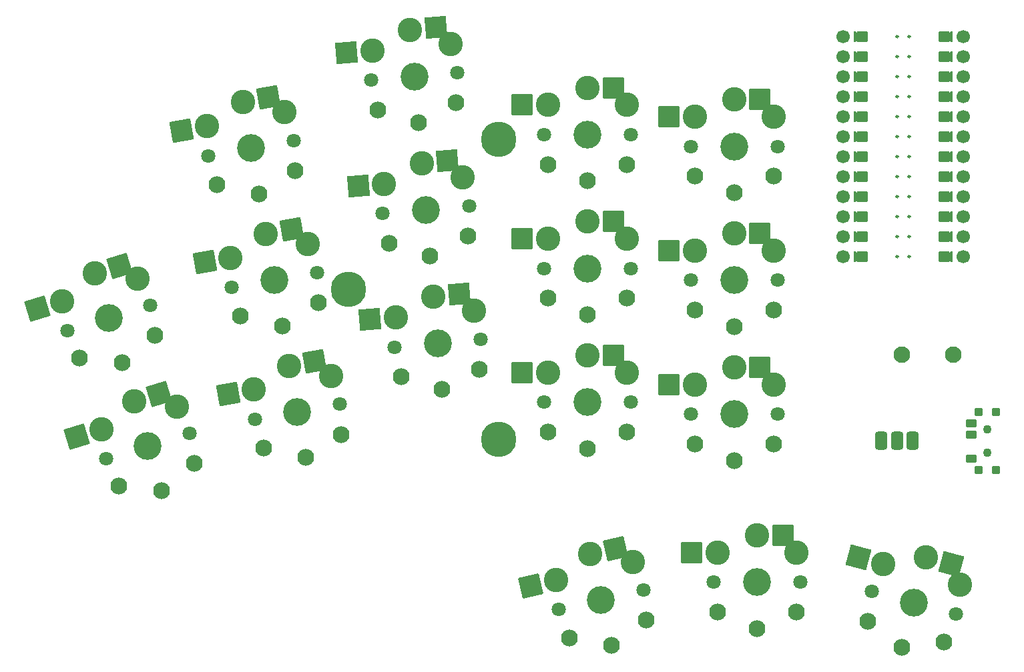
<source format=gts>
%TF.GenerationSoftware,KiCad,Pcbnew,(6.0.4)*%
%TF.CreationDate,2022-05-26T21:53:47+02:00*%
%TF.ProjectId,batta,62617474-612e-46b6-9963-61645f706362,v1.0.0*%
%TF.SameCoordinates,Original*%
%TF.FileFunction,Soldermask,Top*%
%TF.FilePolarity,Negative*%
%FSLAX46Y46*%
G04 Gerber Fmt 4.6, Leading zero omitted, Abs format (unit mm)*
G04 Created by KiCad (PCBNEW (6.0.4)) date 2022-05-26 21:53:47*
%MOMM*%
%LPD*%
G01*
G04 APERTURE LIST*
G04 Aperture macros list*
%AMRoundRect*
0 Rectangle with rounded corners*
0 $1 Rounding radius*
0 $2 $3 $4 $5 $6 $7 $8 $9 X,Y pos of 4 corners*
0 Add a 4 corners polygon primitive as box body*
4,1,4,$2,$3,$4,$5,$6,$7,$8,$9,$2,$3,0*
0 Add four circle primitives for the rounded corners*
1,1,$1+$1,$2,$3*
1,1,$1+$1,$4,$5*
1,1,$1+$1,$6,$7*
1,1,$1+$1,$8,$9*
0 Add four rect primitives between the rounded corners*
20,1,$1+$1,$2,$3,$4,$5,0*
20,1,$1+$1,$4,$5,$6,$7,0*
20,1,$1+$1,$6,$7,$8,$9,0*
20,1,$1+$1,$8,$9,$2,$3,0*%
%AMFreePoly0*
4,1,14,0.635355,0.435355,0.650000,0.400000,0.650000,0.200000,0.635355,0.164645,0.035355,-0.435355,0.000000,-0.450000,-0.035355,-0.435355,-0.635355,0.164645,-0.650000,0.200000,-0.650000,0.400000,-0.635355,0.435355,-0.600000,0.450000,0.600000,0.450000,0.635355,0.435355,0.635355,0.435355,$1*%
%AMFreePoly1*
4,1,16,0.635355,1.035355,0.650000,1.000000,0.650000,-0.250000,0.635355,-0.285355,0.600000,-0.300000,-0.600000,-0.300000,-0.635355,-0.285355,-0.650000,-0.250000,-0.650000,1.000000,-0.635355,1.035355,-0.600000,1.050000,-0.564645,1.035355,0.000000,0.470710,0.564645,1.035355,0.600000,1.050000,0.635355,1.035355,0.635355,1.035355,$1*%
G04 Aperture macros list end*
%ADD10C,0.250000*%
%ADD11C,0.100000*%
%ADD12RoundRect,0.050000X-0.450000X0.450000X-0.450000X-0.450000X0.450000X-0.450000X0.450000X0.450000X0*%
%ADD13RoundRect,0.050000X-0.625000X0.450000X-0.625000X-0.450000X0.625000X-0.450000X0.625000X0.450000X0*%
%ADD14RoundRect,0.425000X-0.375000X-0.750000X0.375000X-0.750000X0.375000X0.750000X-0.375000X0.750000X0*%
%ADD15C,2.100000*%
%ADD16C,3.100000*%
%ADD17C,1.801800*%
%ADD18C,3.529000*%
%ADD19RoundRect,0.050000X-1.054507X-1.505993X1.505993X-1.054507X1.054507X1.505993X-1.505993X1.054507X0*%
%ADD20C,2.132000*%
%ADD21RoundRect,0.050000X-1.181751X-1.408356X1.408356X-1.181751X1.181751X1.408356X-1.408356X1.181751X0*%
%ADD22RoundRect,0.050000X-1.300000X-1.300000X1.300000X-1.300000X1.300000X1.300000X-1.300000X1.300000X0*%
%ADD23RoundRect,0.050000X-1.592168X-0.919239X0.919239X-1.592168X1.592168X0.919239X-0.919239X1.592168X0*%
%ADD24C,1.100000*%
%ADD25RoundRect,0.050000X-0.974245X-1.559117X1.559117X-0.974245X0.974245X1.559117X-1.559117X0.974245X0*%
%ADD26RoundRect,0.050000X-0.863113X-1.623279X1.623279X-0.863113X0.863113X1.623279X-1.623279X0.863113X0*%
%ADD27C,4.500000*%
%ADD28FreePoly0,90.000000*%
%ADD29FreePoly0,270.000000*%
%ADD30C,1.700000*%
%ADD31FreePoly1,270.000000*%
%ADD32FreePoly1,90.000000*%
G04 APERTURE END LIST*
D10*
%TO.C,*%
X156335000Y103886000D02*
G75*
G03*
X156335000Y103886000I-125000J0D01*
G01*
X154811000Y91186000D02*
G75*
G03*
X154811000Y91186000I-125000J0D01*
G01*
X154811000Y93726000D02*
G75*
G03*
X154811000Y93726000I-125000J0D01*
G01*
X156335000Y111506000D02*
G75*
G03*
X156335000Y111506000I-125000J0D01*
G01*
X156335000Y93726000D02*
G75*
G03*
X156335000Y93726000I-125000J0D01*
G01*
X154811000Y98806000D02*
G75*
G03*
X154811000Y98806000I-125000J0D01*
G01*
X154811000Y101346000D02*
G75*
G03*
X154811000Y101346000I-125000J0D01*
G01*
X156335000Y101346000D02*
G75*
G03*
X156335000Y101346000I-125000J0D01*
G01*
X154811000Y106426000D02*
G75*
G03*
X154811000Y106426000I-125000J0D01*
G01*
X156335000Y91186000D02*
G75*
G03*
X156335000Y91186000I-125000J0D01*
G01*
X154811000Y114046000D02*
G75*
G03*
X154811000Y114046000I-125000J0D01*
G01*
X156335000Y106426000D02*
G75*
G03*
X156335000Y106426000I-125000J0D01*
G01*
X154811000Y116586000D02*
G75*
G03*
X154811000Y116586000I-125000J0D01*
G01*
X154811000Y108966000D02*
G75*
G03*
X154811000Y108966000I-125000J0D01*
G01*
X156335000Y98806000D02*
G75*
G03*
X156335000Y98806000I-125000J0D01*
G01*
X154811000Y103886000D02*
G75*
G03*
X154811000Y103886000I-125000J0D01*
G01*
X156335000Y114046000D02*
G75*
G03*
X156335000Y114046000I-125000J0D01*
G01*
X156335000Y96266000D02*
G75*
G03*
X156335000Y96266000I-125000J0D01*
G01*
X154811000Y119126000D02*
G75*
G03*
X154811000Y119126000I-125000J0D01*
G01*
X156335000Y116586000D02*
G75*
G03*
X156335000Y116586000I-125000J0D01*
G01*
X156335000Y119126000D02*
G75*
G03*
X156335000Y119126000I-125000J0D01*
G01*
X154811000Y96266000D02*
G75*
G03*
X154811000Y96266000I-125000J0D01*
G01*
X154811000Y111506000D02*
G75*
G03*
X154811000Y111506000I-125000J0D01*
G01*
X156335000Y108966000D02*
G75*
G03*
X156335000Y108966000I-125000J0D01*
G01*
G36*
X150368000Y118618000D02*
G01*
X149352000Y118618000D01*
X149352000Y119634000D01*
X150368000Y119634000D01*
X150368000Y118618000D01*
G37*
D11*
X150368000Y118618000D02*
X149352000Y118618000D01*
X149352000Y119634000D01*
X150368000Y119634000D01*
X150368000Y118618000D01*
G36*
X161544000Y105918000D02*
G01*
X160528000Y105918000D01*
X160528000Y106934000D01*
X161544000Y106934000D01*
X161544000Y105918000D01*
G37*
X161544000Y105918000D02*
X160528000Y105918000D01*
X160528000Y106934000D01*
X161544000Y106934000D01*
X161544000Y105918000D01*
G36*
X150368000Y103378000D02*
G01*
X149352000Y103378000D01*
X149352000Y104394000D01*
X150368000Y104394000D01*
X150368000Y103378000D01*
G37*
X150368000Y103378000D02*
X149352000Y103378000D01*
X149352000Y104394000D01*
X150368000Y104394000D01*
X150368000Y103378000D01*
G36*
X150368000Y93218000D02*
G01*
X149352000Y93218000D01*
X149352000Y94234000D01*
X150368000Y94234000D01*
X150368000Y93218000D01*
G37*
X150368000Y93218000D02*
X149352000Y93218000D01*
X149352000Y94234000D01*
X150368000Y94234000D01*
X150368000Y93218000D01*
G36*
X150368000Y113538000D02*
G01*
X149352000Y113538000D01*
X149352000Y114554000D01*
X150368000Y114554000D01*
X150368000Y113538000D01*
G37*
X150368000Y113538000D02*
X149352000Y113538000D01*
X149352000Y114554000D01*
X150368000Y114554000D01*
X150368000Y113538000D01*
G36*
X150368000Y90678000D02*
G01*
X149352000Y90678000D01*
X149352000Y91694000D01*
X150368000Y91694000D01*
X150368000Y90678000D01*
G37*
X150368000Y90678000D02*
X149352000Y90678000D01*
X149352000Y91694000D01*
X150368000Y91694000D01*
X150368000Y90678000D01*
G36*
X161544000Y103378000D02*
G01*
X160528000Y103378000D01*
X160528000Y104394000D01*
X161544000Y104394000D01*
X161544000Y103378000D01*
G37*
X161544000Y103378000D02*
X160528000Y103378000D01*
X160528000Y104394000D01*
X161544000Y104394000D01*
X161544000Y103378000D01*
G36*
X150368000Y95758000D02*
G01*
X149352000Y95758000D01*
X149352000Y96774000D01*
X150368000Y96774000D01*
X150368000Y95758000D01*
G37*
X150368000Y95758000D02*
X149352000Y95758000D01*
X149352000Y96774000D01*
X150368000Y96774000D01*
X150368000Y95758000D01*
G36*
X161544000Y90678000D02*
G01*
X160528000Y90678000D01*
X160528000Y91694000D01*
X161544000Y91694000D01*
X161544000Y90678000D01*
G37*
X161544000Y90678000D02*
X160528000Y90678000D01*
X160528000Y91694000D01*
X161544000Y91694000D01*
X161544000Y90678000D01*
G36*
X161544000Y95758000D02*
G01*
X160528000Y95758000D01*
X160528000Y96774000D01*
X161544000Y96774000D01*
X161544000Y95758000D01*
G37*
X161544000Y95758000D02*
X160528000Y95758000D01*
X160528000Y96774000D01*
X161544000Y96774000D01*
X161544000Y95758000D01*
G36*
X161544000Y98298000D02*
G01*
X160528000Y98298000D01*
X160528000Y99314000D01*
X161544000Y99314000D01*
X161544000Y98298000D01*
G37*
X161544000Y98298000D02*
X160528000Y98298000D01*
X160528000Y99314000D01*
X161544000Y99314000D01*
X161544000Y98298000D01*
G36*
X161544000Y93218000D02*
G01*
X160528000Y93218000D01*
X160528000Y94234000D01*
X161544000Y94234000D01*
X161544000Y93218000D01*
G37*
X161544000Y93218000D02*
X160528000Y93218000D01*
X160528000Y94234000D01*
X161544000Y94234000D01*
X161544000Y93218000D01*
G36*
X150368000Y108458000D02*
G01*
X149352000Y108458000D01*
X149352000Y109474000D01*
X150368000Y109474000D01*
X150368000Y108458000D01*
G37*
X150368000Y108458000D02*
X149352000Y108458000D01*
X149352000Y109474000D01*
X150368000Y109474000D01*
X150368000Y108458000D01*
G36*
X161544000Y108458000D02*
G01*
X160528000Y108458000D01*
X160528000Y109474000D01*
X161544000Y109474000D01*
X161544000Y108458000D01*
G37*
X161544000Y108458000D02*
X160528000Y108458000D01*
X160528000Y109474000D01*
X161544000Y109474000D01*
X161544000Y108458000D01*
G36*
X150368000Y105918000D02*
G01*
X149352000Y105918000D01*
X149352000Y106934000D01*
X150368000Y106934000D01*
X150368000Y105918000D01*
G37*
X150368000Y105918000D02*
X149352000Y105918000D01*
X149352000Y106934000D01*
X150368000Y106934000D01*
X150368000Y105918000D01*
G36*
X150368000Y98298000D02*
G01*
X149352000Y98298000D01*
X149352000Y99314000D01*
X150368000Y99314000D01*
X150368000Y98298000D01*
G37*
X150368000Y98298000D02*
X149352000Y98298000D01*
X149352000Y99314000D01*
X150368000Y99314000D01*
X150368000Y98298000D01*
G36*
X150368000Y116078000D02*
G01*
X149352000Y116078000D01*
X149352000Y117094000D01*
X150368000Y117094000D01*
X150368000Y116078000D01*
G37*
X150368000Y116078000D02*
X149352000Y116078000D01*
X149352000Y117094000D01*
X150368000Y117094000D01*
X150368000Y116078000D01*
G36*
X150368000Y110998000D02*
G01*
X149352000Y110998000D01*
X149352000Y112014000D01*
X150368000Y112014000D01*
X150368000Y110998000D01*
G37*
X150368000Y110998000D02*
X149352000Y110998000D01*
X149352000Y112014000D01*
X150368000Y112014000D01*
X150368000Y110998000D01*
G36*
X161544000Y113538000D02*
G01*
X160528000Y113538000D01*
X160528000Y114554000D01*
X161544000Y114554000D01*
X161544000Y113538000D01*
G37*
X161544000Y113538000D02*
X160528000Y113538000D01*
X160528000Y114554000D01*
X161544000Y114554000D01*
X161544000Y113538000D01*
G36*
X161544000Y110998000D02*
G01*
X160528000Y110998000D01*
X160528000Y112014000D01*
X161544000Y112014000D01*
X161544000Y110998000D01*
G37*
X161544000Y110998000D02*
X160528000Y110998000D01*
X160528000Y112014000D01*
X161544000Y112014000D01*
X161544000Y110998000D01*
G36*
X161544000Y118618000D02*
G01*
X160528000Y118618000D01*
X160528000Y119634000D01*
X161544000Y119634000D01*
X161544000Y118618000D01*
G37*
X161544000Y118618000D02*
X160528000Y118618000D01*
X160528000Y119634000D01*
X161544000Y119634000D01*
X161544000Y118618000D01*
G36*
X150368000Y100838000D02*
G01*
X149352000Y100838000D01*
X149352000Y101854000D01*
X150368000Y101854000D01*
X150368000Y100838000D01*
G37*
X150368000Y100838000D02*
X149352000Y100838000D01*
X149352000Y101854000D01*
X150368000Y101854000D01*
X150368000Y100838000D01*
G36*
X161544000Y116078000D02*
G01*
X160528000Y116078000D01*
X160528000Y117094000D01*
X161544000Y117094000D01*
X161544000Y116078000D01*
G37*
X161544000Y116078000D02*
X160528000Y116078000D01*
X160528000Y117094000D01*
X161544000Y117094000D01*
X161544000Y116078000D01*
G36*
X161544000Y100838000D02*
G01*
X160528000Y100838000D01*
X160528000Y101854000D01*
X161544000Y101854000D01*
X161544000Y100838000D01*
G37*
X161544000Y100838000D02*
X160528000Y100838000D01*
X160528000Y101854000D01*
X161544000Y101854000D01*
X161544000Y100838000D01*
%TD*%
D12*
%TO.C,T1*%
X165016000Y64082000D03*
X167216000Y71482000D03*
X167216000Y64082000D03*
X165016000Y71482000D03*
D13*
X164041000Y65532000D03*
X164041000Y68532000D03*
X164041000Y70032000D03*
%TD*%
D14*
%TO.C,PAD1*%
X152654000Y67794000D03*
X156654000Y67794000D03*
X154654000Y67794000D03*
%TD*%
D15*
%TO.C,B1*%
X161798000Y78740000D03*
X155298000Y78740000D03*
%TD*%
D16*
%TO.C,S11*%
X76973296Y109514099D03*
X71667231Y110812436D03*
D17*
X78116881Y105907895D03*
X67283995Y103997765D03*
D18*
X72700438Y104952830D03*
D16*
X67125219Y107777617D03*
D19*
X74892476Y111381133D03*
D20*
X78284340Y102078801D03*
X68436262Y100342320D03*
D19*
X63899972Y107208920D03*
D20*
X73724962Y99142464D03*
%TD*%
D17*
%TO.C,S15*%
X100384204Y97593524D03*
D18*
X94905133Y97114167D03*
D16*
X89597326Y100414117D03*
X99559273Y101285675D03*
D17*
X89426062Y96634810D03*
D16*
X94386556Y103041525D03*
D20*
X100217298Y93764406D03*
D21*
X97649093Y103326959D03*
D20*
X90255351Y92892848D03*
X95419352Y91236618D03*
D21*
X86334787Y100128683D03*
%TD*%
D17*
%TO.C,S21*%
X109911087Y89686017D03*
D18*
X115411087Y89686017D03*
D17*
X120911087Y89686017D03*
D16*
X110411087Y93436016D03*
X120411087Y93436016D03*
X115411087Y95636017D03*
D22*
X118686086Y95636016D03*
D20*
X120411087Y85886017D03*
X110411087Y85886017D03*
D22*
X107136086Y93436017D03*
D20*
X115411087Y83786017D03*
%TD*%
D22*
%TO.C,S29*%
X125709999Y108928000D03*
D20*
X133985000Y99278000D03*
D22*
X137259999Y111127999D03*
D20*
X138985000Y101378000D03*
X128985000Y101378000D03*
D16*
X138985000Y108927999D03*
D18*
X133985000Y105178000D03*
D17*
X139485000Y105178000D03*
D16*
X128985000Y108927999D03*
D17*
X128485000Y105178000D03*
D16*
X133985000Y111128000D03*
%TD*%
%TO.C,S33*%
X162599493Y49551124D03*
X158339266Y52970257D03*
D17*
X151486701Y48646503D03*
X162111885Y45799493D03*
D18*
X156799293Y47222998D03*
D16*
X152940235Y52139314D03*
D20*
X150986151Y44846575D03*
X160645410Y42258385D03*
D23*
X161502672Y52122624D03*
D20*
X155272261Y41524036D03*
D23*
X149776827Y52986948D03*
%TD*%
D17*
%TO.C,S7*%
X73188033Y70514301D03*
D16*
X73029257Y74294153D03*
D18*
X78604476Y71469366D03*
D17*
X84020919Y72424431D03*
D16*
X82877334Y76030635D03*
X77571269Y77328972D03*
D19*
X80796514Y77897669D03*
D20*
X74340300Y66858856D03*
X84188378Y68595337D03*
X79629000Y65659000D03*
D19*
X69804010Y73725456D03*
%TD*%
D24*
%TO.C,T2*%
X166116000Y69282000D03*
X166116000Y66282000D03*
%TD*%
D17*
%TO.C,S1*%
X111747063Y46359988D03*
X122465133Y48834450D03*
D16*
X115767639Y53394721D03*
D18*
X117106098Y47597219D03*
D16*
X121134382Y52375861D03*
X111390681Y50126350D03*
D25*
X118958700Y54131434D03*
D20*
X113089062Y42769857D03*
X122832762Y45019368D03*
X118433309Y41848436D03*
D25*
X108199618Y49389637D03*
%TD*%
D16*
%TO.C,S5*%
X48785089Y85490480D03*
D17*
X59922682Y84974241D03*
D16*
X52923394Y89056210D03*
D18*
X54663006Y83366197D03*
D17*
X49403330Y81758153D03*
D16*
X58348136Y88414197D03*
D20*
X50992495Y78270380D03*
D26*
X56055292Y90013726D03*
D20*
X60555542Y81194097D03*
D26*
X45653189Y84532964D03*
D20*
X56387999Y77723999D03*
%TD*%
D17*
%TO.C,S27*%
X128485000Y88178000D03*
D16*
X128985000Y91927999D03*
D18*
X133985000Y88178000D03*
D16*
X138985000Y91927999D03*
D17*
X139485000Y88178000D03*
D16*
X133985000Y94128000D03*
D22*
X137259999Y94127999D03*
D20*
X138985000Y84378000D03*
X128985000Y84378000D03*
D22*
X125709999Y91928000D03*
D20*
X133985000Y82278000D03*
%TD*%
%TO.C,S9*%
X76676981Y82400732D03*
D19*
X66851991Y90467188D03*
X77844495Y94639401D03*
D20*
X81236359Y85337069D03*
X71388281Y83600588D03*
D16*
X70077238Y91035885D03*
D18*
X75652457Y88211098D03*
D16*
X74619250Y94070704D03*
D17*
X81068900Y89166163D03*
X70236014Y87256033D03*
D16*
X79925315Y92772367D03*
%TD*%
%TO.C,S13*%
X101040921Y84350365D03*
D18*
X96386781Y80178857D03*
D17*
X101865852Y80658214D03*
X90907710Y79699500D03*
D16*
X91078974Y83478807D03*
X95868204Y86106215D03*
D21*
X99130741Y86391649D03*
D20*
X91736999Y75957538D03*
X101698946Y76829096D03*
X96901000Y74301308D03*
D21*
X87816435Y83193373D03*
%TD*%
D16*
%TO.C,S17*%
X98077626Y118220985D03*
X88115679Y117349427D03*
D17*
X87944415Y113570120D03*
D16*
X92904909Y119976835D03*
D18*
X93423486Y114049477D03*
D17*
X98902557Y114528834D03*
D20*
X88773704Y109828158D03*
D21*
X96167446Y120262269D03*
D20*
X98735651Y110699716D03*
X93937705Y108171928D03*
D21*
X84853140Y117063993D03*
%TD*%
D27*
%TO.C,REF\u002A\u002A*%
X85090000Y86995000D03*
X104140000Y106045000D03*
X104140000Y67945000D03*
%TD*%
D17*
%TO.C,S31*%
X142405999Y49842001D03*
D16*
X131905999Y53592000D03*
D17*
X131405999Y49842001D03*
D16*
X136905999Y55792001D03*
D18*
X136905999Y49842001D03*
D16*
X141905999Y53592000D03*
D22*
X140180998Y55792000D03*
D20*
X141905999Y46042001D03*
X131905999Y46042001D03*
D22*
X128630998Y53592001D03*
D20*
X136905999Y43942001D03*
%TD*%
D16*
%TO.C,S3*%
X57893713Y72799029D03*
X53755408Y69233299D03*
X63318455Y72157016D03*
D17*
X64893001Y68717060D03*
D18*
X59633325Y67109016D03*
D17*
X54373649Y65500972D03*
D20*
X55962814Y62013199D03*
D26*
X61025611Y73756545D03*
D20*
X65525861Y64936916D03*
X61358318Y61466818D03*
D26*
X50623508Y68275783D03*
%TD*%
D28*
%TO.C,*%
X149606000Y111506000D03*
D29*
X161290000Y93726000D03*
D30*
X147828000Y98806000D03*
D28*
X149606000Y91186000D03*
D29*
X161290000Y114046000D03*
D28*
X149606000Y101346000D03*
D30*
X147828000Y91186000D03*
X163068000Y96266000D03*
X163068000Y111506000D03*
X147828000Y103886000D03*
D28*
X149606000Y108966000D03*
X149606000Y96266000D03*
X149606000Y119126000D03*
D30*
X147828000Y101346000D03*
D29*
X161290000Y98806000D03*
X161290000Y111506000D03*
D30*
X163068000Y103886000D03*
X163068000Y93726000D03*
X163068000Y101346000D03*
D28*
X149606000Y114046000D03*
D29*
X161290000Y116586000D03*
X161290000Y106426000D03*
D30*
X147828000Y93726000D03*
D29*
X161290000Y119126000D03*
D28*
X149606000Y98806000D03*
D30*
X163068000Y98806000D03*
X163068000Y114046000D03*
X163068000Y108966000D03*
X147828000Y111506000D03*
D29*
X161290000Y103886000D03*
D28*
X149606000Y116586000D03*
D30*
X163068000Y119126000D03*
X147828000Y119126000D03*
D29*
X161290000Y96266000D03*
D30*
X147828000Y116586000D03*
X147828000Y96266000D03*
X147828000Y114046000D03*
D28*
X149606000Y106426000D03*
D29*
X161290000Y108966000D03*
D30*
X163068000Y91186000D03*
D28*
X149606000Y93726000D03*
X149606000Y103886000D03*
D30*
X163068000Y106426000D03*
X147828000Y108966000D03*
D29*
X161290000Y91186000D03*
D30*
X163068000Y116586000D03*
X147828000Y106426000D03*
D29*
X161290000Y101346000D03*
D31*
X160274000Y119126000D03*
X160274000Y116586000D03*
X160274000Y114046000D03*
X160274000Y111506000D03*
X160274000Y108966000D03*
X160274000Y106426000D03*
X160274000Y103886000D03*
X160274000Y101346000D03*
X160274000Y98806000D03*
X160274000Y96266000D03*
X160274000Y93726000D03*
X160274000Y91186000D03*
D32*
X150622000Y91186000D03*
X150622000Y93726000D03*
X150622000Y96266000D03*
X150622000Y98806000D03*
X150622000Y101346000D03*
X150622000Y103886000D03*
X150622000Y106426000D03*
X150622000Y108966000D03*
X150622000Y111506000D03*
X150622000Y114046000D03*
X150622000Y116586000D03*
X150622000Y119126000D03*
%TD*%
D16*
%TO.C,S23*%
X110411087Y110436016D03*
X120411087Y110436016D03*
X115411087Y112636017D03*
D17*
X109911087Y106686017D03*
X120911087Y106686017D03*
D18*
X115411087Y106686017D03*
D20*
X110411087Y102886017D03*
D22*
X118686086Y112636016D03*
D20*
X120411087Y102886017D03*
D22*
X107136086Y110436017D03*
D20*
X115411087Y100786017D03*
%TD*%
D18*
%TO.C,S25*%
X133985000Y71178000D03*
D16*
X128985000Y74927999D03*
D17*
X139485000Y71178000D03*
D16*
X133985000Y77128000D03*
X138985000Y74927999D03*
D17*
X128485000Y71178000D03*
D20*
X138985000Y67378000D03*
D22*
X137259999Y77127999D03*
D20*
X128985000Y67378000D03*
D22*
X125709999Y74928000D03*
D20*
X133985000Y65278000D03*
%TD*%
D16*
%TO.C,S19*%
X110411087Y76436016D03*
D17*
X120911087Y72686017D03*
D16*
X115411087Y78636017D03*
D18*
X115411087Y72686017D03*
D16*
X120411087Y76436016D03*
D17*
X109911087Y72686017D03*
D20*
X110411087Y68886017D03*
D22*
X118686086Y78636016D03*
D20*
X120411087Y68886017D03*
X115411087Y66786017D03*
D22*
X107136086Y76436017D03*
%TD*%
M02*

</source>
